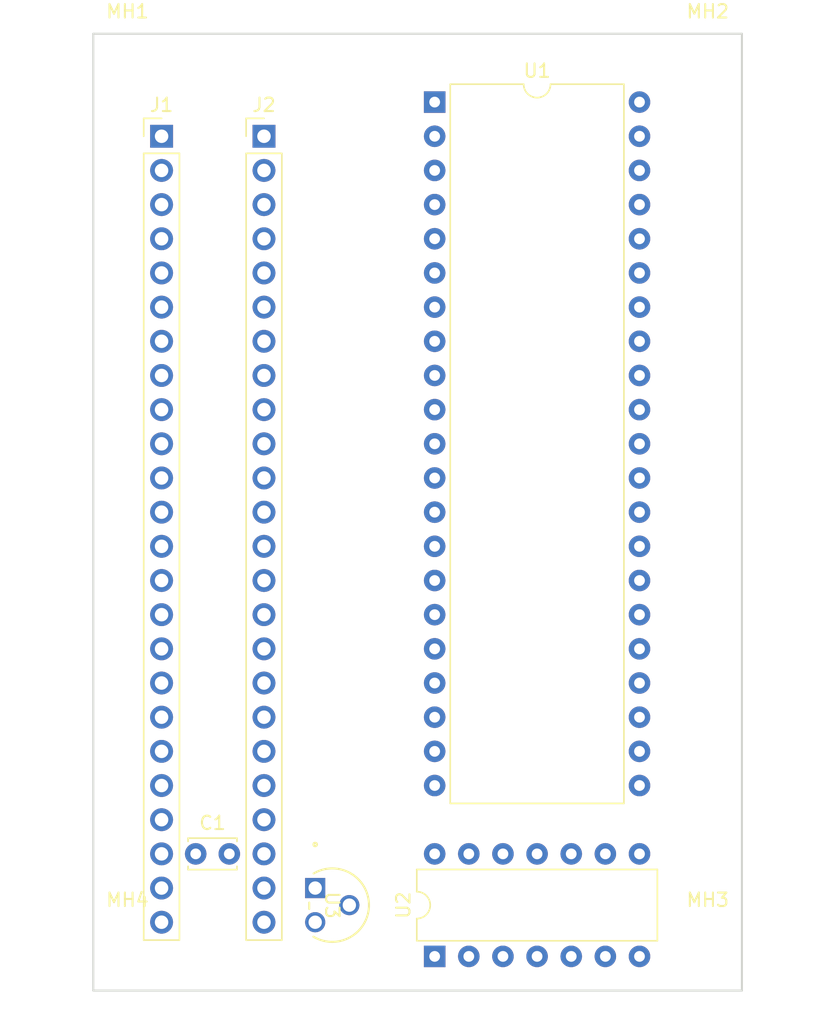
<source format=kicad_pcb>
(kicad_pcb (version 20221018) (generator pcbnew)
  (title_block (title "BionicMN1613A") (company "Tadashi G. Takaoka"))
  (layers (0 "F.Cu" signal) (31 "B.Cu" signal) (34 "B.Paste" user) (35 "F.Paste" user) (36 "B.SilkS" user "B.Silkscreen") (37 "F.SilkS" user "F.Silkscreen") (38 "B.Mask" user) (39 "F.Mask" user) (44 "Edge.Cuts" user))
  (net 0 "")
  (net 1 "VCC")
  (net 2 "GND")
  (net 3 "/P53")
  (net 4 "/P26")
  (net 5 "/P27")
  (net 6 "/P47")
  (net 7 "/P46")
  (net 8 "/P25")
  (net 9 "/P24")
  (net 10 "/P23")
  (net 11 "/P22")
  (net 12 "/P21")
  (net 13 "/P20")
  (net 14 "/P34")
  (net 15 "/P35")
  (net 16 "/P17")
  (net 17 "/P36")
  (net 18 "/P16")
  (net 19 "/P15")
  (net 20 "/P40")
  (net 21 "/P14")
  (net 22 "/P13")
  (net 23 "/P42")
  (net 24 "/P12")
  (net 25 "/P11")
  (net 26 "/P10")
  (net 28 "/P32")
  (net 29 "/P31")
  (net 30 "/P30")
  (net 31 "/P51")
  (net 32 "/P43")
  (net 33 "/P37")
  (net 34 "/P50")
  (net 35 "/P52")
  (net 38 "/P44")
  (net 39 "/P45")
  (net 40 "/P41")
  (net 41 "/P55")
  (net 42 "Net-(U1-X2)")
  (net 43 "/P33")
  (net 49 "Net-(J2-P57)")
  (footprint "MountingHole:MountingHole_3.2mm_M3" (layer "F.Cu") (at 101 70)
    (fp_text reference "MH1" (at 0 -4.2) (layer "F.SilkS"))
    (fp_text value "MountingHole_3.2mm_M3")
    (pad "" np_thru_hole circle (at 0 0) (size 3.2 3.2) (drill 3.2) (layers "*.Cu" "*.Mask"))
  )
  (footprint "MountingHole:MountingHole_3.2mm_M3" (layer "F.Cu") (at 144.18 70)
    (fp_text reference "MH2" (at 0 -4.2) (layer "F.SilkS"))
    (fp_text value "MountingHole_3.2mm_M3")
    (pad "" np_thru_hole circle (at 0 0) (size 3.2 3.2) (drill 3.2) (layers "*.Cu" "*.Mask"))
  )
  (footprint "MountingHole:MountingHole_3.2mm_M3" (layer "F.Cu") (at 144.18 136.04)
    (fp_text reference "MH3" (at 0 -4.2) (layer "F.SilkS"))
    (fp_text value "MountingHole_3.2mm_M3")
    (pad "" np_thru_hole circle (at 0 0) (size 3.2 3.2) (drill 3.2) (layers "*.Cu" "*.Mask"))
  )
  (footprint "MountingHole:MountingHole_3.2mm_M3" (layer "F.Cu") (at 101 136.04)
    (fp_text reference "MH4" (at 0 -4.2) (layer "F.SilkS"))
    (fp_text value "MountingHole_3.2mm_M3")
    (pad "" np_thru_hole circle (at 0 0) (size 3.2 3.2) (drill 3.2) (layers "*.Cu" "*.Mask"))
  )
  (footprint "Package_DIP:DIP-14_W7.62mm" (layer "F.Cu") (at 123.86 136.04 90)
    (fp_text reference "U2" (at 3.81 -2.33 90) (layer "F.SilkS"))
    (fp_text value "74HCT126")
    (fp_line (start 1.16 -1.33) (end 1.16 16.57) (stroke (width 0.12)) (layer "F.SilkS"))
    (fp_line (start 1.16 16.57) (end 6.46 16.57) (stroke (width 0.12)) (layer "F.SilkS"))
    (fp_line (start 2.81 -1.33) (end 1.16 -1.33) (stroke (width 0.12)) (layer "F.SilkS"))
    (fp_line (start 6.46 -1.33) (end 4.81 -1.33) (stroke (width 0.12)) (layer "F.SilkS"))
    (fp_line (start 6.46 16.57) (end 6.46 -1.33) (stroke (width 0.12)) (layer "F.SilkS"))
    (fp_arc (start 4.81 -1.33) (mid 3.81 -0.33) (end 2.81 -1.33) (stroke (width 0.12)) (layer "F.SilkS"))
    (pad "1" thru_hole rect (at 0 0 90) (size 1.6 1.6) (drill 0.8) (layers "*.Cu" "*.Mask") (net 1 "VCC"))
    (pad "2" thru_hole oval (at 0 2.54 90) (size 1.6 1.6) (drill 0.8) (layers "*.Cu" "*.Mask") (net 7 "/P46"))
    (pad "3" thru_hole oval (at 0 5.08 90) (size 1.6 1.6) (drill 0.8) (layers "*.Cu" "*.Mask") (net 42 "Net-(U1-X2)"))
    (pad "4" thru_hole oval (at 0 7.62 90) (size 1.6 1.6) (drill 0.8) (layers "*.Cu" "*.Mask") (net 2 "GND"))
    (pad "5" thru_hole oval (at 0 10.16 90) (size 1.6 1.6) (drill 0.8) (layers "*.Cu" "*.Mask") (net 2 "GND"))
    (pad "6" thru_hole oval (at 0 12.7 90) (size 1.6 1.6) (drill 0.8) (layers "*.Cu" "*.Mask"))
    (pad "7" thru_hole oval (at 0 15.24 90) (size 1.6 1.6) (drill 0.8) (layers "*.Cu" "*.Mask") (net 2 "GND"))
    (pad "8" thru_hole oval (at 7.62 15.24 90) (size 1.6 1.6) (drill 0.8) (layers "*.Cu" "*.Mask"))
    (pad "9" thru_hole oval (at 7.62 12.7 90) (size 1.6 1.6) (drill 0.8) (layers "*.Cu" "*.Mask") (net 2 "GND"))
    (pad "10" thru_hole oval (at 7.62 10.16 90) (size 1.6 1.6) (drill 0.8) (layers "*.Cu" "*.Mask") (net 2 "GND"))
    (pad "11" thru_hole oval (at 7.62 7.62 90) (size 1.6 1.6) (drill 0.8) (layers "*.Cu" "*.Mask"))
    (pad "12" thru_hole oval (at 7.62 5.08 90) (size 1.6 1.6) (drill 0.8) (layers "*.Cu" "*.Mask") (net 2 "GND"))
    (pad "13" thru_hole oval (at 7.62 2.54 90) (size 1.6 1.6) (drill 0.8) (layers "*.Cu" "*.Mask") (net 2 "GND"))
    (pad "14" thru_hole oval (at 7.62 0 90) (size 1.6 1.6) (drill 0.8) (layers "*.Cu" "*.Mask") (net 1 "VCC"))
  )
  (footprint "Capacitor_THT:C_Disc_D3.4mm_W2.1mm_P2.50mm" (layer "F.Cu") (at 106.08 128.42)
    (fp_text reference "C1" (at 1.25 -2.3) (layer "F.SilkS"))
    (fp_text value "0.1u")
    (fp_line (start -0.57 -1.17) (end -0.57 -0.925) (stroke (width 0.12)) (layer "F.SilkS"))
    (fp_line (start -0.57 -1.17) (end 3.07 -1.17) (stroke (width 0.12)) (layer "F.SilkS"))
    (fp_line (start -0.57 0.925) (end -0.57 1.17) (stroke (width 0.12)) (layer "F.SilkS"))
    (fp_line (start -0.57 1.17) (end 3.07 1.17) (stroke (width 0.12)) (layer "F.SilkS"))
    (fp_line (start 3.07 -1.17) (end 3.07 -0.925) (stroke (width 0.12)) (layer "F.SilkS"))
    (fp_line (start 3.07 0.925) (end 3.07 1.17) (stroke (width 0.12)) (layer "F.SilkS"))
    (pad "1" thru_hole circle (at 0 0) (size 1.6 1.6) (drill 0.8) (layers "*.Cu" "*.Mask") (net 1 "VCC"))
    (pad "2" thru_hole circle (at 2.5 0) (size 1.6 1.6) (drill 0.8) (layers "*.Cu" "*.Mask") (net 2 "GND"))
  )
  (footprint "Package_DIP:DIP-42_W15.24mm" (layer "F.Cu") (at 123.86 72.54)
    (fp_text reference "U1" (at 7.62 -2.33) (layer "F.SilkS"))
    (fp_text value "MN1613A")
    (fp_line (start 1.16 -1.33) (end 1.16 52.13) (stroke (width 0.12)) (layer "F.SilkS"))
    (fp_line (start 1.16 52.13) (end 14.08 52.13) (stroke (width 0.12)) (layer "F.SilkS"))
    (fp_line (start 6.62 -1.33) (end 1.16 -1.33) (stroke (width 0.12)) (layer "F.SilkS"))
    (fp_line (start 14.08 -1.33) (end 8.62 -1.33) (stroke (width 0.12)) (layer "F.SilkS"))
    (fp_line (start 14.08 52.13) (end 14.08 -1.33) (stroke (width 0.12)) (layer "F.SilkS"))
    (fp_arc (start 8.62 -1.33) (mid 7.62 -0.33) (end 6.62 -1.33) (stroke (width 0.12)) (layer "F.SilkS"))
    (pad "1" thru_hole rect (at 0 0) (size 1.6 1.6) (drill 0.8) (layers "*.Cu" "*.Mask") (net 28 "/P32"))
    (pad "2" thru_hole oval (at 0 2.54) (size 1.6 1.6) (drill 0.8) (layers "*.Cu" "*.Mask") (net 41 "/P55"))
    (pad "3" thru_hole oval (at 0 5.08) (size 1.6 1.6) (drill 0.8) (layers "*.Cu" "*.Mask") (net 29 "/P31"))
    (pad "4" thru_hole oval (at 0 7.62) (size 1.6 1.6) (drill 0.8) (layers "*.Cu" "*.Mask") (net 30 "/P30"))
    (pad "5" thru_hole oval (at 0 10.16) (size 1.6 1.6) (drill 0.8) (layers "*.Cu" "*.Mask") (net 5 "/P27"))
    (pad "6" thru_hole oval (at 0 12.7) (size 1.6 1.6) (drill 0.8) (layers "*.Cu" "*.Mask") (net 4 "/P26"))
    (pad "7" thru_hole oval (at 0 15.24) (size 1.6 1.6) (drill 0.8) (layers "*.Cu" "*.Mask") (net 8 "/P25"))
    (pad "8" thru_hole oval (at 0 17.78) (size 1.6 1.6) (drill 0.8) (layers "*.Cu" "*.Mask") (net 9 "/P24"))
    (pad "9" thru_hole oval (at 0 20.32) (size 1.6 1.6) (drill 0.8) (layers "*.Cu" "*.Mask") (net 10 "/P23"))
    (pad "10" thru_hole oval (at 0 22.86) (size 1.6 1.6) (drill 0.8) (layers "*.Cu" "*.Mask") (net 11 "/P22"))
    (pad "11" thru_hole oval (at 0 25.4) (size 1.6 1.6) (drill 0.8) (layers "*.Cu" "*.Mask") (net 12 "/P21"))
    (pad "12" thru_hole oval (at 0 27.94) (size 1.6 1.6) (drill 0.8) (layers "*.Cu" "*.Mask") (net 13 "/P20"))
    (pad "13" thru_hole oval (at 0 30.48) (size 1.6 1.6) (drill 0.8) (layers "*.Cu" "*.Mask") (net 16 "/P17"))
    (pad "14" thru_hole oval (at 0 33.02) (size 1.6 1.6) (drill 0.8) (layers "*.Cu" "*.Mask") (net 18 "/P16"))
    (pad "15" thru_hole oval (at 0 35.56) (size 1.6 1.6) (drill 0.8) (layers "*.Cu" "*.Mask") (net 19 "/P15"))
    (pad "16" thru_hole oval (at 0 38.1) (size 1.6 1.6) (drill 0.8) (layers "*.Cu" "*.Mask") (net 21 "/P14"))
    (pad "17" thru_hole oval (at 0 40.64) (size 1.6 1.6) (drill 0.8) (layers "*.Cu" "*.Mask") (net 22 "/P13"))
    (pad "18" thru_hole oval (at 0 43.18) (size 1.6 1.6) (drill 0.8) (layers "*.Cu" "*.Mask") (net 24 "/P12"))
    (pad "19" thru_hole oval (at 0 45.72) (size 1.6 1.6) (drill 0.8) (layers "*.Cu" "*.Mask") (net 25 "/P11"))
    (pad "20" thru_hole oval (at 0 48.26) (size 1.6 1.6) (drill 0.8) (layers "*.Cu" "*.Mask") (net 26 "/P10"))
    (pad "21" thru_hole oval (at 0 50.8) (size 1.6 1.6) (drill 0.8) (layers "*.Cu" "*.Mask") (net 2 "GND"))
    (pad "22" thru_hole oval (at 15.24 50.8) (size 1.6 1.6) (drill 0.8) (layers "*.Cu" "*.Mask"))
    (pad "23" thru_hole oval (at 15.24 48.26) (size 1.6 1.6) (drill 0.8) (layers "*.Cu" "*.Mask"))
    (pad "24" thru_hole oval (at 15.24 45.72) (size 1.6 1.6) (drill 0.8) (layers "*.Cu" "*.Mask") (net 34 "/P50"))
    (pad "25" thru_hole oval (at 15.24 43.18) (size 1.6 1.6) (drill 0.8) (layers "*.Cu" "*.Mask") (net 35 "/P52"))
    (pad "26" thru_hole oval (at 15.24 40.64) (size 1.6 1.6) (drill 0.8) (layers "*.Cu" "*.Mask") (net 31 "/P51"))
    (pad "27" thru_hole oval (at 15.24 38.1) (size 1.6 1.6) (drill 0.8) (layers "*.Cu" "*.Mask") (net 33 "/P37"))
    (pad "28" thru_hole oval (at 15.24 35.56) (size 1.6 1.6) (drill 0.8) (layers "*.Cu" "*.Mask") (net 17 "/P36"))
    (pad "29" thru_hole oval (at 15.24 33.02) (size 1.6 1.6) (drill 0.8) (layers "*.Cu" "*.Mask") (net 15 "/P35"))
    (pad "30" thru_hole oval (at 15.24 30.48) (size 1.6 1.6) (drill 0.8) (layers "*.Cu" "*.Mask") (net 3 "/P53"))
    (pad "31" thru_hole oval (at 15.24 27.94) (size 1.6 1.6) (drill 0.8) (layers "*.Cu" "*.Mask") (net 40 "/P41"))
    (pad "32" thru_hole oval (at 15.24 25.4) (size 1.6 1.6) (drill 0.8) (layers "*.Cu" "*.Mask") (net 32 "/P43"))
    (pad "33" thru_hole oval (at 15.24 22.86) (size 1.6 1.6) (drill 0.8) (layers "*.Cu" "*.Mask") (net 20 "/P40"))
    (pad "34" thru_hole oval (at 15.24 20.32) (size 1.6 1.6) (drill 0.8) (layers "*.Cu" "*.Mask") (net 14 "/P34"))
    (pad "35" thru_hole oval (at 15.24 17.78) (size 1.6 1.6) (drill 0.8) (layers "*.Cu" "*.Mask") (net 39 "/P45"))
    (pad "36" thru_hole oval (at 15.24 15.24) (size 1.6 1.6) (drill 0.8) (layers "*.Cu" "*.Mask") (net 23 "/P42"))
    (pad "37" thru_hole oval (at 15.24 12.7) (size 1.6 1.6) (drill 0.8) (layers "*.Cu" "*.Mask") (net 38 "/P44"))
    (pad "38" thru_hole oval (at 15.24 10.16) (size 1.6 1.6) (drill 0.8) (layers "*.Cu" "*.Mask") (net 6 "/P47"))
    (pad "39" thru_hole oval (at 15.24 7.62) (size 1.6 1.6) (drill 0.8) (layers "*.Cu" "*.Mask") (net 42 "Net-(U1-X2)"))
    (pad "40" thru_hole oval (at 15.24 5.08) (size 1.6 1.6) (drill 0.8) (layers "*.Cu" "*.Mask"))
    (pad "41" thru_hole oval (at 15.24 2.54) (size 1.6 1.6) (drill 0.8) (layers "*.Cu" "*.Mask") (net 1 "VCC"))
    (pad "42" thru_hole oval (at 15.24 0) (size 1.6 1.6) (drill 0.8) (layers "*.Cu" "*.Mask") (net 43 "/P33"))
  )
  (footprint "microchip:TO-92_MC_MCH" (layer "F.Cu") (at 114.97 130.96 -90)
    (fp_text reference "U3" (at 1.27 -1.27 -90 unlocked) (layer "F.SilkS"))
    (fp_text value "11AA010-I/TO")
    (fp_line (start 1.08204 0.4445) (end 1.553476 0.4445) (stroke (width 0.1524)) (layer "F.SilkS"))
    (fp_arc (start -1.08204 0.116917) (mid 0.551186 -3.904186) (end 4.0005 -1.27) (stroke (width 0.1524)) (layer "F.SilkS"))
    (fp_arc (start 4.0005 -1.269999) (mid 3.90215 -0.543764) (end 3.614184 0.130155) (stroke (width 0.1524)) (layer "F.SilkS"))
    (fp_circle (center -3.2385 0) (end -3.1115 0) (stroke (width 0.1524)) (fill none) (layer "F.SilkS"))
    (pad "1" thru_hole rect (at 0 0 270) (size 1.4986 1.4986) (drill 0.9906) (layers "*.Cu" "*.Mask") (net 2 "GND"))
    (pad "2" thru_hole circle (at 1.27 -2.54 270) (size 1.4986 1.4986) (drill 0.9906) (layers "*.Cu" "*.Mask") (net 49 "Net-(J2-P57)"))
    (pad "3" thru_hole circle (at 2.54 0 270) (size 1.4986 1.4986) (drill 0.9906) (layers "*.Cu" "*.Mask") (net 1 "VCC"))
  )
  (footprint "connector:Bionic-P245_Vertical" (layer "F.Cu") (at 111.16 75.08)
    (fp_text reference "J2" (at 0 -2.33) (layer "F.SilkS"))
    (fp_text value "Bionic-P245")
    (fp_line (start -1.33 -1.33) (end 0 -1.33) (stroke (width 0.12)) (layer "F.SilkS"))
    (fp_line (start -1.33 0) (end -1.33 -1.33) (stroke (width 0.12)) (layer "F.SilkS"))
    (fp_line (start -1.33 1.27) (end -1.33 59.75) (stroke (width 0.12)) (layer "F.SilkS"))
    (fp_line (start -1.33 1.27) (end 1.33 1.27) (stroke (width 0.12)) (layer "F.SilkS"))
    (fp_line (start -1.33 59.75) (end 1.33 59.75) (stroke (width 0.12)) (layer "F.SilkS"))
    (fp_line (start 1.33 1.27) (end 1.33 59.75) (stroke (width 0.12)) (layer "F.SilkS"))
    (pad "25" thru_hole oval (at 0 58.42) (size 1.7 1.7) (drill 1) (layers "*.Cu" "*.Mask") (net 1 "VCC"))
    (pad "26" thru_hole oval (at 0 55.88) (size 1.7 1.7) (drill 1) (layers "*.Cu" "*.Mask") (net 49 "Net-(J2-P57)"))
    (pad "27" thru_hole oval (at 0 53.34) (size 1.7 1.7) (drill 1) (layers "*.Cu" "*.Mask"))
    (pad "28" thru_hole oval (at 0 50.8) (size 1.7 1.7) (drill 1) (layers "*.Cu" "*.Mask") (net 41 "/P55"))
    (pad "29" thru_hole oval (at 0 48.26) (size 1.7 1.7) (drill 1) (layers "*.Cu" "*.Mask"))
    (pad "30" thru_hole oval (at 0 45.72) (size 1.7 1.7) (drill 1) (layers "*.Cu" "*.Mask"))
    (pad "31" thru_hole oval (at 0 43.18) (size 1.7 1.7) (drill 1) (layers "*.Cu" "*.Mask") (net 6 "/P47"))
    (pad "32" thru_hole oval (at 0 40.64) (size 1.7 1.7) (drill 1) (layers "*.Cu" "*.Mask") (net 7 "/P46"))
    (pad "33" thru_hole oval (at 0 38.1) (size 1.7 1.7) (drill 1) (layers "*.Cu" "*.Mask") (net 39 "/P45"))
    (pad "34" thru_hole oval (at 0 35.56) (size 1.7 1.7) (drill 1) (layers "*.Cu" "*.Mask") (net 38 "/P44"))
    (pad "35" thru_hole oval (at 0 33.02) (size 1.7 1.7) (drill 1) (layers "*.Cu" "*.Mask") (net 32 "/P43"))
    (pad "36" thru_hole oval (at 0 30.48) (size 1.7 1.7) (drill 1) (layers "*.Cu" "*.Mask") (net 23 "/P42"))
    (pad "37" thru_hole oval (at 0 27.94) (size 1.7 1.7) (drill 1) (layers "*.Cu" "*.Mask") (net 40 "/P41"))
    (pad "38" thru_hole oval (at 0 25.4) (size 1.7 1.7) (drill 1) (layers "*.Cu" "*.Mask") (net 20 "/P40"))
    (pad "39" thru_hole oval (at 0 22.86) (size 1.7 1.7) (drill 1) (layers "*.Cu" "*.Mask"))
    (pad "40" thru_hole oval (at 0 20.32) (size 1.7 1.7) (drill 1) (layers "*.Cu" "*.Mask") (net 5 "/P27"))
    (pad "41" thru_hole oval (at 0 17.78) (size 1.7 1.7) (drill 1) (layers "*.Cu" "*.Mask") (net 4 "/P26"))
    (pad "42" thru_hole oval (at 0 15.24) (size 1.7 1.7) (drill 1) (layers "*.Cu" "*.Mask") (net 8 "/P25"))
    (pad "43" thru_hole oval (at 0 12.7) (size 1.7 1.7) (drill 1) (layers "*.Cu" "*.Mask") (net 9 "/P24"))
    (pad "44" thru_hole oval (at 0 10.16) (size 1.7 1.7) (drill 1) (layers "*.Cu" "*.Mask") (net 10 "/P23"))
    (pad "45" thru_hole oval (at 0 7.62) (size 1.7 1.7) (drill 1) (layers "*.Cu" "*.Mask") (net 11 "/P22"))
    (pad "46" thru_hole oval (at 0 5.08) (size 1.7 1.7) (drill 1) (layers "*.Cu" "*.Mask") (net 12 "/P21"))
    (pad "47" thru_hole oval (at 0 2.54) (size 1.7 1.7) (drill 1) (layers "*.Cu" "*.Mask") (net 13 "/P20"))
    (pad "48" thru_hole rect (at 0 0) (size 1.7 1.7) (drill 1) (layers "*.Cu" "*.Mask") (net 2 "GND"))
  )
  (footprint "connector:Bionic-P135_Vertical" (layer "F.Cu") (at 103.54 75.08)
    (fp_text reference "J1" (at 0 -2.33) (layer "F.SilkS"))
    (fp_text value "Bionic-P135")
    (fp_line (start -1.33 -1.33) (end 0 -1.33) (stroke (width 0.12)) (layer "F.SilkS"))
    (fp_line (start -1.33 0) (end -1.33 -1.33) (stroke (width 0.12)) (layer "F.SilkS"))
    (fp_line (start -1.33 1.27) (end -1.33 59.75) (stroke (width 0.12)) (layer "F.SilkS"))
    (fp_line (start -1.33 1.27) (end 1.33 1.27) (stroke (width 0.12)) (layer "F.SilkS"))
    (fp_line (start -1.33 59.75) (end 1.33 59.75) (stroke (width 0.12)) (layer "F.SilkS"))
    (fp_line (start 1.33 1.27) (end 1.33 59.75) (stroke (width 0.12)) (layer "F.SilkS"))
    (pad "1" thru_hole rect (at 0 0) (size 1.7 1.7) (drill 1) (layers "*.Cu" "*.Mask") (net 2 "GND"))
    (pad "2" thru_hole oval (at 0 2.54) (size 1.7 1.7) (drill 1) (layers "*.Cu" "*.Mask") (net 26 "/P10"))
    (pad "3" thru_hole oval (at 0 5.08) (size 1.7 1.7) (drill 1) (layers "*.Cu" "*.Mask") (net 25 "/P11"))
    (pad "4" thru_hole oval (at 0 7.62) (size 1.7 1.7) (drill 1) (layers "*.Cu" "*.Mask") (net 24 "/P12"))
    (pad "5" thru_hole oval (at 0 10.16) (size 1.7 1.7) (drill 1) (layers "*.Cu" "*.Mask") (net 22 "/P13"))
    (pad "6" thru_hole oval (at 0 12.7) (size 1.7 1.7) (drill 1) (layers "*.Cu" "*.Mask") (net 21 "/P14"))
    (pad "7" thru_hole oval (at 0 15.24) (size 1.7 1.7) (drill 1) (layers "*.Cu" "*.Mask") (net 19 "/P15"))
    (pad "8" thru_hole oval (at 0 17.78) (size 1.7 1.7) (drill 1) (layers "*.Cu" "*.Mask") (net 18 "/P16"))
    (pad "9" thru_hole oval (at 0 20.32) (size 1.7 1.7) (drill 1) (layers "*.Cu" "*.Mask") (net 16 "/P17"))
    (pad "10" thru_hole oval (at 0 22.86) (size 1.7 1.7) (drill 1) (layers "*.Cu" "*.Mask"))
    (pad "11" thru_hole oval (at 0 25.4) (size 1.7 1.7) (drill 1) (layers "*.Cu" "*.Mask") (net 30 "/P30"))
    (pad "12" thru_hole oval (at 0 27.94) (size 1.7 1.7) (drill 1) (layers "*.Cu" "*.Mask") (net 29 "/P31"))
    (pad "13" thru_hole oval (at 0 30.48) (size 1.7 1.7) (drill 1) (layers "*.Cu" "*.Mask") (net 28 "/P32"))
    (pad "14" thru_hole oval (at 0 33.02) (size 1.7 1.7) (drill 1) (layers "*.Cu" "*.Mask") (net 43 "/P33"))
    (pad "15" thru_hole oval (at 0 35.56) (size 1.7 1.7) (drill 1) (layers "*.Cu" "*.Mask") (net 14 "/P34"))
    (pad "16" thru_hole oval (at 0 38.1) (size 1.7 1.7) (drill 1) (layers "*.Cu" "*.Mask") (net 15 "/P35"))
    (pad "17" thru_hole oval (at 0 40.64) (size 1.7 1.7) (drill 1) (layers "*.Cu" "*.Mask") (net 17 "/P36"))
    (pad "18" thru_hole oval (at 0 43.18) (size 1.7 1.7) (drill 1) (layers "*.Cu" "*.Mask") (net 33 "/P37"))
    (pad "19" thru_hole oval (at 0 45.72) (size 1.7 1.7) (drill 1) (layers "*.Cu" "*.Mask"))
    (pad "20" thru_hole oval (at 0 48.26) (size 1.7 1.7) (drill 1) (layers "*.Cu" "*.Mask") (net 34 "/P50"))
    (pad "21" thru_hole oval (at 0 50.8) (size 1.7 1.7) (drill 1) (layers "*.Cu" "*.Mask") (net 31 "/P51"))
    (pad "22" thru_hole oval (at 0 53.34) (size 1.7 1.7) (drill 1) (layers "*.Cu" "*.Mask") (net 35 "/P52"))
    (pad "23" thru_hole oval (at 0 55.88) (size 1.7 1.7) (drill 1) (layers "*.Cu" "*.Mask") (net 3 "/P53"))
    (pad "24" thru_hole oval (at 0 58.42) (size 1.7 1.7) (drill 1) (layers "*.Cu" "*.Mask") (net 1 "VCC"))
  )
  (gr_line (start 98.46 138.58) (end 98.46 67.46) (stroke (width 0.15)) (layer "Edge.Cuts"))
  (gr_line (start 98.46 67.46) (end 146.72 67.46) (stroke (width 0.15)) (layer "Edge.Cuts"))
  (gr_line (start 146.72 138.58) (end 98.46 138.58) (stroke (width 0.15)) (layer "Edge.Cuts"))
  (gr_line (start 146.72 67.46) (end 146.72 138.58) (stroke (width 0.15)) (layer "Edge.Cuts"))
)
</source>
